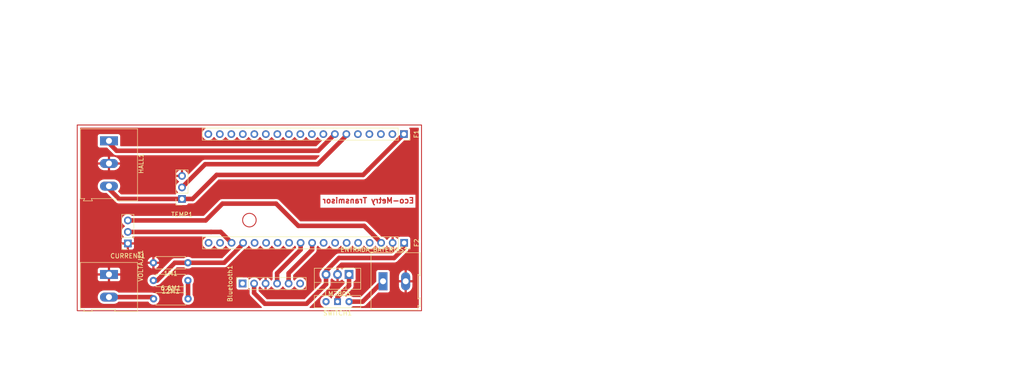
<source format=kicad_pcb>
(kicad_pcb (version 20240108) (generator "pcbnew") (generator_version "8.0")
  (layers (0 "F.Cu" signal) (31 "B.Cu" signal) (34 "B.Paste" user) (35 "F.Paste" user) (36 "B.SilkS" user "B.Silkscreen") (37 "F.SilkS" user "F.Silkscreen") (38 "B.Mask" user) (39 "F.Mask" user) (44 "Edge.Cuts" user))
  (net 0 "")
  (net 3 "5V")
  (net 4 "GND")
  (net 5 "Net-(Bluetooth1-Pin_4)")
  (net 6 "Net-(Bluetooth1-Pin_5)")
  (net 7 "Net-(VOLTAJE1-Pin_2)")
  (net 8 "Net-(CURRENT1-Pin_2)")
  (net 9 "3.3V")
  (net 11 "Net-(F1-Pin_7)")
  (net 13 "Net-(F1-Pin_6)")
  (net 15 "Net-(LM7805-VI)")
  (net 16 "Net-(ENTRADA_BATERIAS1-Pin_1)")
  (net 17 "Net-(12M1-Pad1)")
  (net 18 "Net-(F2-Pin_15)")
  (net 26 "Net-(F1-Pin_1)")
  (footprint "TerminalBlock:TerminalBlock_Altech_AK300-2_P5.00mm" (layer "F.Cu") (at 167.5 134)
    (property "Reference" "ENTRADA_BATERIAS1" (at -1.92 -6.99 0) (layer "F.SilkS"))
    (property "Value" "Screw_Terminal_01x02")
    (fp_line (start -2.65 -6.3) (end -2.65 6.3) (stroke (width 0.12)) (layer "F.SilkS"))
    (fp_line (start -2.65 6.3) (end 7.7 6.3) (stroke (width 0.12)) (layer "F.SilkS"))
    (fp_line (start 7.7 -1.5) (end 8.2 -1.2) (stroke (width 0.12)) (layer "F.SilkS"))
    (fp_line (start 7.7 3.9) (end 7.7 -1.5) (stroke (width 0.12)) (layer "F.SilkS"))
    (fp_line (start 7.7 5.35) (end 8.2 5.6) (stroke (width 0.12)) (layer "F.SilkS"))
    (fp_line (start 7.7 6.3) (end 7.7 5.35) (stroke (width 0.12)) (layer "F.SilkS"))
    (fp_line (start 8.2 -6.3) (end -2.65 -6.3) (stroke (width 0.12)) (layer "F.SilkS"))
    (fp_line (start 8.2 -1.2) (end 8.2 -6.3) (stroke (width 0.12)) (layer "F.SilkS"))
    (fp_line (start 8.2 3.65) (end 7.7 3.9) (stroke (width 0.12)) (layer "F.SilkS"))
    (fp_line (start 8.2 3.7) (end 8.2 3.65) (stroke (width 0.12)) (layer "F.SilkS"))
    (fp_line (start 8.2 5.6) (end 8.2 3.7) (stroke (width 0.12)) (layer "F.SilkS"))
    (pad "1" thru_hole rect (at 0 0) (size 1.98 3.96) (drill 1.32) (layers "*.Cu" "*.Mask") (net 16 "Net-(ENTRADA_BATERIAS1-Pin_1)"))
    (pad "2" thru_hole oval (at 5 0) (size 1.98 3.96) (drill 1.32) (layers "*.Cu" "*.Mask") (net 4 "GND"))
  )
  (footprint "Button_Switch_THT:SW_Slide-03_Wuerth-WS-SLTV_10x2.5x6.4_P2.54mm" (layer "F.Cu") (at 157.46 138.5 180)
    (property "Reference" "SWITCH1" (at 0 -2.54 0) (layer "F.SilkS"))
    (property "Value" "SW_Wuerth_450301014042" (hide yes))
    (fp_rect (start -5.11 -1.36) (end 5.11 1.36) (stroke (width 0.12)) (fill none) (layer "F.SilkS"))
    (pad "1" thru_hole rect (at 0 0 180) (size 1.5 1.5) (drill 0.8) (layers "*.Cu" "*.Mask") (net 15 "Net-(LM7805-VI)"))
    (pad "2" thru_hole circle (at -2.54 0 180) (size 1.6 1.6) (drill 0.8) (layers "*.Cu" "*.Mask") (net 16 "Net-(ENTRADA_BATERIAS1-Pin_1)"))
    (pad "3" thru_hole circle (at 2.54 0 180) (size 1.6 1.6) (drill 0.8) (layers "*.Cu" "*.Mask"))
  )
  (footprint "Connector_PinSocket_2.54mm:PinSocket_1x03_P2.54mm_Vertical" (layer "F.Cu") (at 111.167658 125.648949 180)
    (property "Reference" "CURRENT1" (at 0 -2.77 0) (layer "F.SilkS"))
    (property "Value" "Conn_01x03_Pin")
    (fp_line (start 1.33 1.27) (end 1.33 6.41) (stroke (width 0.12)) (layer "F.SilkS"))
    (fp_line (start 1.33 -1.33) (end 1.33 0) (stroke (width 0.12)) (layer "F.SilkS"))
    (fp_line (start 0 -1.33) (end 1.33 -1.33) (stroke (width 0.12)) (layer "F.SilkS"))
    (fp_line (start -1.33 6.41) (end 1.33 6.41) (stroke (width 0.12)) (layer "F.SilkS"))
    (fp_line (start -1.33 1.27) (end 1.33 1.27) (stroke (width 0.12)) (layer "F.SilkS"))
    (fp_line (start -1.33 1.27) (end -1.33 6.41) (stroke (width 0.12)) (layer "F.SilkS"))
    (pad "1" thru_hole rect (at 0 0 180) (size 1.7 1.7) (drill 1) (layers "*.Cu" "*.Mask") (net 4 "GND"))
    (pad "2" thru_hole oval (at 0 2.54 180) (size 1.7 1.7) (drill 1) (layers "*.Cu" "*.Mask") (net 8 "Net-(CURRENT1-Pin_2)"))
    (pad "3" thru_hole oval (at 0 5.08 180) (size 1.7 1.7) (drill 1) (layers "*.Cu" "*.Mask") (net 9 "3.3V"))
  )
  (footprint "Connector_PinSocket_2.54mm:PinSocket_1x18_P2.54mm_Vertical" (layer "F.Cu") (at 172.109704 101.515795 -90)
    (property "Reference" "F1" (at 0 -2.77 90) (layer "F.SilkS"))
    (property "Value" "Conn_01x18_Pin")
    (fp_line (start -1.33 44.51) (end 1.33 44.51) (stroke (width 0.12)) (layer "F.SilkS"))
    (fp_line (start -1.33 1.27) (end -1.33 44.51) (stroke (width 0.12)) (layer "F.SilkS"))
    (fp_line (start -1.33 1.27) (end 1.33 1.27) (stroke (width 0.12)) (layer "F.SilkS"))
    (fp_line (start 1.33 1.27) (end 1.33 44.51) (stroke (width 0.12)) (layer "F.SilkS"))
    (fp_line (start 0 -1.33) (end 1.33 -1.33) (stroke (width 0.12)) (layer "F.SilkS"))
    (fp_line (start 1.33 -1.33) (end 1.33 0) (stroke (width 0.12)) (layer "F.SilkS"))
    (pad "1" thru_hole rect (at 0 0 270) (size 1.7 1.7) (drill 1) (layers "*.Cu" "*.Mask") (net 26 "Net-(F1-Pin_1)"))
    (pad "2" thru_hole oval (at 0 2.54 270) (size 1.7 1.7) (drill 1) (layers "*.Cu" "*.Mask"))
    (pad "3" thru_hole oval (at 0 5.08 270) (size 1.7 1.7) (drill 1) (layers "*.Cu" "*.Mask"))
    (pad "4" thru_hole oval (at 0 7.62 270) (size 1.7 1.7) (drill 1) (layers "*.Cu" "*.Mask"))
    (pad "5" thru_hole oval (at 0 10.16 270) (size 1.7 1.7) (drill 1) (layers "*.Cu" "*.Mask"))
    (pad "6" thru_hole oval (at 0 12.7 270) (size 1.7 1.7) (drill 1) (layers "*.Cu" "*.Mask") (net 13 "Net-(F1-Pin_6)"))
    (pad "7" thru_hole oval (at 0 15.24 270) (size 1.7 1.7) (drill 1) (layers "*.Cu" "*.Mask") (net 11 "Net-(F1-Pin_7)"))
    (pad "8" thru_hole oval (at 0 17.78 270) (size 1.7 1.7) (drill 1) (layers "*.Cu" "*.Mask"))
    (pad "9" thru_hole oval (at 0 20.32 270) (size 1.7 1.7) (drill 1) (layers "*.Cu" "*.Mask"))
    (pad "10" thru_hole oval (at 0 22.86 270) (size 1.7 1.7) (drill 1) (layers "*.Cu" "*.Mask"))
    (pad "11" thru_hole oval (at 0 25.4 270) (size 1.7 1.7) (drill 1) (layers "*.Cu" "*.Mask"))
    (pad "12" thru_hole oval (at 0 27.94 270) (size 1.7 1.7) (drill 1) (layers "*.Cu" "*.Mask"))
    (pad "13" thru_hole oval (at 0 30.48 270) (size 1.7 1.7) (drill 1) (layers "*.Cu" "*.Mask"))
    (pad "14" thru_hole oval (at 0 33.02 270) (size 1.7 1.7) (drill 1) (layers "*.Cu" "*.Mask"))
    (pad "15" thru_hole oval (at 0 35.56 270) (size 1.7 1.7) (drill 1) (layers "*.Cu" "*.Mask"))
    (pad "16" thru_hole oval (at 0 38.1 270) (size 1.7 1.7) (drill 1) (layers "*.Cu" "*.Mask"))
    (pad "17" thru_hole oval (at 0 40.64 270) (size 1.7 1.7) (drill 1) (layers "*.Cu" "*.Mask"))
    (pad "18" thru_hole oval (at 0 43.18 270) (size 1.7 1.7) (drill 1) (layers "*.Cu" "*.Mask"))
  )
  (footprint "Resistor_THT:R_Axial_DIN0207_L6.3mm_D2.5mm_P7.62mm_Horizontal" (layer "F.Cu") (at 116.841219 137.877879)
    (property "Reference" "6.6M1" (at 3.81 -2.37 0) (layer "F.SilkS"))
    (property "Value" "R")
    (fp_line (start 0.54 -1.37) (end 7.08 -1.37) (stroke (width 0.12)) (layer "F.SilkS"))
    (fp_line (start 0.54 -1.04) (end 0.54 -1.37) (stroke (width 0.12)) (layer "F.SilkS"))
    (fp_line (start 0.54 1.04) (end 0.54 1.37) (stroke (width 0.12)) (layer "F.SilkS"))
    (fp_line (start 0.54 1.37) (end 7.08 1.37) (stroke (width 0.12)) (layer "F.SilkS"))
    (fp_line (start 7.08 -1.37) (end 7.08 -1.04) (stroke (width 0.12)) (layer "F.SilkS"))
    (fp_line (start 7.08 1.37) (end 7.08 1.04) (stroke (width 0.12)) (layer "F.SilkS"))
    (pad "1" thru_hole circle (at 0 0) (size 1.6 1.6) (drill 0.8) (layers "*.Cu" "*.Mask") (net 7 "Net-(VOLTAJE1-Pin_2)"))
    (pad "2" thru_hole oval (at 7.62 0) (size 1.6 1.6) (drill 0.8) (layers "*.Cu" "*.Mask") (net 17 "Net-(12M1-Pad1)"))
  )
  (footprint "TerminalBlock:TerminalBlock_Altech_AK300-2_P5.00mm" (layer "F.Cu") (at 107 132.5 -90)
    (property "Reference" "VOLTAJE1" (at -1.92 -6.99 90) (layer "F.SilkS"))
    (property "Value" "Screw_Terminal_01x02")
    (fp_line (start -2.65 6.3) (end 7.7 6.3) (stroke (width 0.12)) (layer "F.SilkS"))
    (fp_line (start 7.7 6.3) (end 7.7 5.35) (stroke (width 0.12)) (layer "F.SilkS"))
    (fp_line (start 8.2 5.6) (end 8.2 3.7) (stroke (width 0.12)) (layer "F.SilkS"))
    (fp_line (start 7.7 5.35) (end 8.2 5.6) (stroke (width 0.12)) (layer "F.SilkS"))
    (fp_line (start 7.7 3.9) (end 7.7 -1.5) (stroke (width 0.12)) (layer "F.SilkS"))
    (fp_line (start 8.2 3.7) (end 8.2 3.65) (stroke (width 0.12)) (layer "F.SilkS"))
    (fp_line (start 8.2 3.65) (end 7.7 3.9) (stroke (width 0.12)) (layer "F.SilkS"))
    (fp_line (start 8.2 -1.2) (end 8.2 -6.3) (stroke (width 0.12)) (layer "F.SilkS"))
    (fp_line (start 7.7 -1.5) (end 8.2 -1.2) (stroke (width 0.12)) (layer "F.SilkS"))
    (fp_line (start -2.65 -6.3) (end -2.65 6.3) (stroke (width 0.12)) (layer "F.SilkS"))
    (fp_line (start 8.2 -6.3) (end -2.65 -6.3) (stroke (width 0.12)) (layer "F.SilkS"))
    (pad "1" thru_hole rect (at 0 0 270) (size 1.98 3.96) (drill 1.32) (layers "*.Cu" "*.Mask") (net 4 "GND"))
    (pad "2" thru_hole oval (at 5 0 270) (size 1.98 3.96) (drill 1.32) (layers "*.Cu" "*.Mask") (net 7 "Net-(VOLTAJE1-Pin_2)"))
  )
  (footprint "TerminalBlock:TerminalBlock_Altech_AK300-3_P5.00mm" (layer "F.Cu") (at 107 103 -90)
    (property "Reference" "HALL1" (at 5 -7.1 90) (layer "F.SilkS"))
    (property "Value" "Screw_Terminal_01x03")
    (fp_line (start -2.65 6.3) (end 12.75 6.3) (stroke (width 0.12)) (layer "F.SilkS"))
    (fp_line (start 12.75 6.3) (end 12.75 5.35) (stroke (width 0.12)) (layer "F.SilkS"))
    (fp_line (start 13.25 5.65) (end 13.25 3.65) (stroke (width 0.12)) (layer "F.SilkS"))
    (fp_line (start 12.75 5.35) (end 13.25 5.65) (stroke (width 0.12)) (layer "F.SilkS"))
    (fp_line (start 12.75 3.9) (end 12.75 -1.5) (stroke (width 0.12)) (layer "F.SilkS"))
    (fp_line (start 13.25 3.65) (end 12.75 3.9) (stroke (width 0.12)) (layer "F.SilkS"))
    (fp_line (start 13.25 -1.25) (end 13.25 -6.3) (stroke (width 0.12)) (layer "F.SilkS"))
    (fp_line (start 12.75 -1.5) (end 13.25 -1.25) (stroke (width 0.12)) (layer "F.SilkS"))
    (fp_line (start -2.65 -6.3) (end -2.65 6.3) (stroke (width 0.12)) (layer "F.SilkS"))
    (fp_line (start 13.25 -6.3) (end -2.65 -6.3) (stroke (width 0.12)) (layer "F.SilkS"))
    (pad "1" thru_hole rect (at 0 0 270) (size 1.98 3.96) (drill 1.32) (layers "*.Cu" "*.Mask") (net 11 "Net-(F1-Pin_7)"))
    (pad "2" thru_hole oval (at 5 0 270) (size 1.98 3.96) (drill 1.32) (layers "*.Cu" "*.Mask") (net 4 "GND"))
    (pad "3" thru_hole oval (at 10 0 270) (size 1.98 3.96) (drill 1.32) (layers "*.Cu" "*.Mask") (net 26 "Net-(F1-Pin_1)"))
  )
  (footprint "Connector_PinSocket_2.54mm:PinSocket_1x03_P2.54mm_Vertical" (layer "F.Cu") (at 123.120831 115.825949 180)
    (property "Reference" "TEMP1" (at 0 -3.46 0) (layer "F.SilkS"))
    (property "Value" "Conn_01x03_Pin")
    (fp_line (start 1.33 1.27) (end 1.33 6.41) (stroke (width 0.12)) (layer "F.SilkS"))
    (fp_line (start 1.33 -1.33) (end 1.33 0) (stroke (width 0.12)) (layer "F.SilkS"))
    (fp_line (start 0 -1.33) (end 1.33 -1.33) (stroke (width 0.12)) (layer "F.SilkS"))
    (fp_line (start -1.33 6.41) (end 1.33 6.41) (stroke (width 0.12)) (layer "F.SilkS"))
    (fp_line (start -1.33 1.27) (end 1.33 1.27) (stroke (width 0.12)) (layer "F.SilkS"))
    (fp_line (start -1.33 1.27) (end -1.33 6.41) (stroke (width 0.12)) (layer "F.SilkS"))
    (pad "1" thru_hole rect (at 0 0 180) (size 1.7 1.7) (drill 1) (layers "*.Cu" "*.Mask") (net 26 "Net-(F1-Pin_1)"))
    (pad "2" thru_hole oval (at 0 2.54 180) (size 1.7 1.7) (drill 1) (layers "*.Cu" "*.Mask") (net 13 "Net-(F1-Pin_6)"))
    (pad "3" thru_hole oval (at 0 5.08 180) (size 1.7 1.7) (drill 1) (layers "*.Cu" "*.Mask") (net 4 "GND"))
  )
  (footprint "Resistor_THT:R_Axial_DIN0207_L6.3mm_D2.5mm_P7.62mm_Horizontal" (layer "F.Cu") (at 124.428311 133.830211 180)
    (property "Reference" "12M1" (at 3.81 -2.37 0) (layer "F.SilkS"))
    (property "Value" "R")
    (fp_line (start 7.08 1.37) (end 7.08 1.04) (stroke (width 0.12)) (layer "F.SilkS"))
    (fp_line (start 7.08 -1.37) (end 7.08 -1.04) (stroke (width 0.12)) (layer "F.SilkS"))
    (fp_line (start 0.54 1.37) (end 7.08 1.37) (stroke (width 0.12)) (layer "F.SilkS"))
    (fp_line (start 0.54 1.04) (end 0.54 1.37) (stroke (width 0.12)) (layer "F.SilkS"))
    (fp_line (start 0.54 -1.04) (end 0.54 -1.37) (stroke (width 0.12)) (layer "F.SilkS"))
    (fp_line (start 0.54 -1.37) (end 7.08 -1.37) (stroke (width 0.12)) (layer "F.SilkS"))
    (pad "1" thru_hole circle (at 0 0 180) (size 1.6 1.6) (drill 0.8) (layers "*.Cu" "*.Mask") (net 17 "Net-(12M1-Pad1)"))
    (pad "2" thru_hole oval (at 7.62 0 180) (size 1.6 1.6) (drill 0.8) (layers "*.Cu" "*.Mask") (net 18 "Net-(F2-Pin_15)"))
  )
  (footprint "Resistor_THT:R_Axial_DIN0207_L6.3mm_D2.5mm_P7.62mm_Horizontal" (layer "F.Cu") (at 124.428311 129.914174 180)
    (property "Reference" "1M1" (at 3.81 -2.37 0) (layer "F.SilkS"))
    (property "Value" "R")
    (fp_line (start 7.08 1.37) (end 7.08 1.04) (stroke (width 0.12)) (layer "F.SilkS"))
    (fp_line (start 7.08 -1.37) (end 7.08 -1.04) (stroke (width 0.12)) (layer "F.SilkS"))
    (fp_line (start 0.54 1.37) (end 7.08 1.37) (stroke (width 0.12)) (layer "F.SilkS"))
    (fp_line (start 0.54 1.04) (end 0.54 1.37) (stroke (width 0.12)) (layer "F.SilkS"))
    (fp_line (start 0.54 -1.04) (end 0.54 -1.37) (stroke (width 0.12)) (layer "F.SilkS"))
    (fp_line (start 0.54 -1.37) (end 7.08 -1.37) (stroke (width 0.12)) (layer "F.SilkS"))
    (pad "1" thru_hole circle (at 0 0 180) (size 1.6 1.6) (drill 0.8) (layers "*.Cu" "*.Mask") (net 18 "Net-(F2-Pin_15)"))
    (pad "2" thru_hole oval (at 7.62 0 180) (size 1.6 1.6) (drill 0.8) (layers "*.Cu" "*.Mask") (net 4 "GND"))
  )
  (footprint "Package_TO_SOT_THT:TO-220-3_Vertical" (layer "F.Cu") (at 160 132.5 180)
    (property "Reference" "LM7805" (at 2.54 -4.27 0) (layer "F.SilkS"))
    (property "Value" "LM7805_TO220")
    (fp_line (start 7.66 -3.27) (end 7.66 1.371) (stroke (width 0.12)) (layer "F.SilkS"))
    (fp_line (start 4.391 -3.27) (end 4.391 -1.76) (stroke (width 0.12)) (layer "F.SilkS"))
    (fp_line (start 0.69 -3.27) (end 0.69 -1.76) (stroke (width 0.12)) (layer "F.SilkS"))
    (fp_line (start -2.58 1.371) (end 7.66 1.371) (stroke (width 0.12)) (layer "F.SilkS"))
    (fp_line (start -2.58 -1.76) (end 7.66 -1.76) (stroke (width 0.12)) (layer "F.SilkS"))
    (fp_line (start -2.58 -3.27) (end 7.66 -3.27) (stroke (width 0.12)) (layer "F.SilkS"))
    (fp_line (start -2.58 -3.27) (end -2.58 1.371) (stroke (width 0.12)) (layer "F.SilkS"))
    (pad "1" thru_hole rect (at 0 0 180) (size 1.905 2) (drill 1.1) (layers "*.Cu" "*.Mask") (net 15 "Net-(LM7805-VI)"))
    (pad "2" thru_hole oval (at 2.54 0 180) (size 1.905 2) (drill 1.1) (layers "*.Cu" "*.Mask") (net 4 "GND"))
    (pad "3" thru_hole oval (at 5.08 0 180) (size 1.905 2) (drill 1.1) (layers "*.Cu" "*.Mask") (net 3 "5V"))
  )
  (footprint "Connector_PinSocket_2.54mm:PinSocket_1x06_P2.54mm_Vertical" (layer "F.Cu") (at 136.5 134.5 90)
    (property "Reference" "Bluetooth1" (at 0 -2.77 90) (layer "F.SilkS"))
    (property "Value" "Conn_01x06_Pin")
    (fp_line (start 1.33 -1.33) (end 1.33 0) (stroke (width 0.12)) (layer "F.SilkS"))
    (fp_line (start 0 -1.33) (end 1.33 -1.33) (stroke (width 0.12)) (layer "F.SilkS"))
    (fp_line (start 1.33 1.27) (end 1.33 14.03) (stroke (width 0.12)) (layer "F.SilkS"))
    (fp_line (start -1.33 1.27) (end 1.33 1.27) (stroke (width 0.12)) (layer "F.SilkS"))
    (fp_line (start -1.33 1.27) (end -1.33 14.03) (stroke (width 0.12)) (layer "F.SilkS"))
    (fp_line (start -1.33 14.03) (end 1.33 14.03) (stroke (width 0.12)) (layer "F.SilkS"))
    (pad "1" thru_hole rect (at 0 0 90) (size 1.7 1.7) (drill 1) (layers "*.Cu" "*.Mask"))
    (pad "2" thru_hole oval (at 0 2.54 90) (size 1.7 1.7) (drill 1) (layers "*.Cu" "*.Mask") (net 3 "5V"))
    (pad "3" thru_hole oval (at 0 5.08 90) (size 1.7 1.7) (drill 1) (layers "*.Cu" "*.Mask") (net 4 "GND"))
    (pad "4" thru_hole oval (at 0 7.62 90) (size 1.7 1.7) (drill 1) (layers "*.Cu" "*.Mask") (net 5 "Net-(Bluetooth1-Pin_4)"))
    (pad "5" thru_hole oval (at 0 10.16 90) (size 1.7 1.7) (drill 1) (layers "*.Cu" "*.Mask") (net 6 "Net-(Bluetooth1-Pin_5)"))
    (pad "6" thru_hole oval (at 0 12.7 90) (size 1.7 1.7) (drill 1) (layers "*.Cu" "*.Mask"))
  )
  (footprint "Connector_PinSocket_2.54mm:PinSocket_1x18_P2.54mm_Vertical" (layer "F.Cu") (at 172.169704 125.515795 -90)
    (property "Reference" "F2" (at 0 -2.77 90) (layer "F.SilkS"))
    (property "Value" "Conn_01x18_Pin")
    (fp_line (start -1.33 44.51) (end 1.33 44.51) (stroke (width 0.12)) (layer "F.SilkS"))
    (fp_line (start -1.33 1.27) (end -1.33 44.51) (stroke (width 0.12)) (layer "F.SilkS"))
    (fp_line (start -1.33 1.27) (end 1.33 1.27) (stroke (width 0.12)) (layer "F.SilkS"))
    (fp_line (start 1.33 1.27) (end 1.33 44.51) (stroke (width 0.12)) (layer "F.SilkS"))
    (fp_line (start 0 -1.33) (end 1.33 -1.33) (stroke (width 0.12)) (layer "F.SilkS"))
    (fp_line (start 1.33 -1.33) (end 1.33 0) (stroke (width 0.12)) (layer "F.SilkS"))
    (pad "1" thru_hole rect (at 0 0 270) (size 1.7 1.7) (drill 1) (layers "*.Cu" "*.Mask") (net 3 "5V"))
    (pad "2" thru_hole oval (at 0 2.54 270) (size 1.7 1.7) (drill 1) (layers "*.Cu" "*.Mask") (net 4 "GND"))
    (pad "3" thru_hole oval (at 0 5.08 270) (size 1.7 1.7) (drill 1) (layers "*.Cu" "*.Mask") (net 9 "3.3V"))
    (pad "4" thru_hole oval (at 0 7.62 270) (size 1.7 1.7) (drill 1) (layers "*.Cu" "*.Mask"))
    (pad "5" thru_hole oval (at 0 10.16 270) (size 1.7 1.7) (drill 1) (layers "*.Cu" "*.Mask"))
    (pad "6" thru_hole oval (at 0 12.7 270) (size 1.7 1.7) (drill 1) (layers "*.Cu" "*.Mask"))
    (pad "7" thru_hole oval (at 0 15.24 270) (size 1.7 1.7) (drill 1) (layers "*.Cu" "*.Mask"))
    (pad "8" thru_hole oval (at 0 17.78 270) (size 1.7 1.7) (drill 1) (layers "*.Cu" "*.Mask"))
    (pad "9" thru_hole oval (at 0 20.32 270) (size 1.7 1.7) (drill 1) (layers "*.Cu" "*.Mask") (net 6 "Net-(Bluetooth1-Pin_5)"))
    (pad "10" thru_hole oval (at 0 22.86 270) (size 1.7 1.7) (drill 1) (layers "*.Cu" "*.Mask") (net 5 "Net-(Bluetooth1-Pin_4)"))
    (pad "11" thru_hole oval (at 0 25.4 270) (size 1.7 1.7) (drill 1) (layers "*.Cu" "*.Mask"))
    (pad "12" thru_hole oval (at 0 27.94 270) (size 1.7 1.7) (drill 1) (layers "*.Cu" "*.Mask"))
    (pad "13" thru_hole oval (at 0 30.48 270) (size 1.7 1.7) (drill 1) (layers "*.Cu" "*.Mask"))
    (pad "14" thru_hole oval (at 0 33.02 270) (size 1.7 1.7) (drill 1) (layers "*.Cu" "*.Mask"))
    (pad "15" thru_hole oval (at 0 35.56 270) (size 1.7 1.7) (drill 1) (layers "*.Cu" "*.Mask") (net 18 "Net-(F2-Pin_15)"))
    (pad "16" thru_hole oval (at 0 38.1 270) (size 1.7 1.7) (drill 1) (layers "*.Cu" "*.Mask") (net 8 "Net-(CURRENT1-Pin_2)"))
    (pad "17" thru_hole oval (at 0 40.64 270) (size 1.7 1.7) (drill 1) (layers "*.Cu" "*.Mask"))
    (pad "18" thru_hole oval (at 0 43.18 270) (size 1.7 1.7) (drill 1) (layers "*.Cu" "*.Mask"))
  )
  (gr_rect (start 100 99.5) (end 176 140.5) (stroke (width 0.2)) (fill none) (layer "F.Cu") (net 8))
  (gr_circle (center 138 120.5) (end 139.5 120.5) (stroke (width 0.2)) (fill none) (layer "F.Cu"))
  (gr_text "Eco-Metry Transmisor" (at 174.478743 116.885095 0) (layer "F.Cu") (effects (font (size 1.2 1.2) (thickness 0.26) (bold yes)) (justify left bottom mirror)))
  (segment (start 157.777387 128.857467) (end 169.955737 128.857467) (width 1) (layer "F.Cu") (net 3))
  (segment (start 154.92 131.714854) (end 157.777387 128.857467) (width 1) (layer "F.Cu") (net 3))
  (segment (start 169.955737 128.857467) (end 172.169704 126.6435) (width 1) (layer "F.Cu") (net 3))
  (segment (start 154.92 132.5) (end 154.92 131.714854) (width 1) (layer "F.Cu") (net 3))
  (segment (start 141.419568 138.966425) (end 139.04 136.586857) (width 1) (layer "F.Cu") (net 3))
  (segment (start 151.294882 138.294882) (end 150.623338 138.966425) (width 1) (layer "F.Cu") (net 3))
  (segment (start 139.04 136.586857) (end 139.04 134.5) (width 1) (layer "F.Cu") (net 3))
  (segment (start 152.258393 137.33137) (end 151.294882 138.294882) (width 1) (layer "F.Cu") (net 3))
  (segment (start 154.92 134.669764) (end 151.294882 138.294882) (width 1) (layer "F.Cu") (net 3))
  (segment (start 150.623338 138.966425) (end 141.419568 138.966425) (width 1) (layer "F.Cu") (net 3))
  (segment (start 154.92 132.5) (end 154.92 134.669764) (width 1) (layer "F.Cu") (net 3))
  (segment (start 172.169704 126.6435) (end 172.169704 125.515795) (width 1) (layer "F.Cu") (net 3))
  (segment (start 149.309704 125.515795) (end 149.309704 127.030296) (width 1) (layer "F.Cu") (net 5))
  (segment (start 144.12 134.5) (end 144.12 132.22) (width 1) (layer "F.Cu") (net 5))
  (segment (start 149.309704 127.030296) (end 144.12 132.22) (width 1) (layer "F.Cu") (net 5))
  (segment (start 151.849704 127.030296) (end 151.849704 125.515795) (width 1) (layer "F.Cu") (net 6))
  (segment (start 146.66 132.22) (end 151.849704 127.030296) (width 1) (layer "F.Cu") (net 6))
  (segment (start 146.66 134.5) (end 146.66 132.22) (width 1) (layer "F.Cu") (net 6))
  (segment (start 107 137.5) (end 116.46334 137.5) (width 1) (layer "F.Cu") (net 7))
  (segment (start 116.46334 137.5) (end 116.841219 137.877879) (width 1) (layer "F.Cu") (net 7))
  (segment (start 134.069704 125.515795) (end 131.662858 123.108949) (width 1) (layer "F.Cu") (net 8))
  (segment (start 131.662858 123.108949) (end 129.54 123.108949) (width 1) (layer "F.Cu") (net 8))
  (segment (start 111.167658 123.108949) (end 129.54 123.108949) (width 1) (layer "F.Cu") (net 8))
  (segment (start 163.345823 121.771914) (end 167.089704 125.515795) (width 1) (layer "F.Cu") (net 9))
  (segment (start 111.167658 120.568949) (end 128.351051 120.568949) (width 1) (layer "F.Cu") (net 9))
  (segment (start 143.891487 116.862547) (end 148.800854 121.771914) (width 1) (layer "F.Cu") (net 9))
  (segment (start 132.057453 116.862547) (end 143.891487 116.862547) (width 1) (layer "F.Cu") (net 9))
  (segment (start 148.800854 121.771914) (end 163.345823 121.771914) (width 1) (layer "F.Cu") (net 9))
  (segment (start 128.351051 120.568949) (end 132.057453 116.862547) (width 1) (layer "F.Cu") (net 9))
  (segment (start 153.192753 105.192746) (end 156.869704 101.515795) (width 1) (layer "F.Cu") (net 11))
  (segment (start 106.99 103) (end 106.99 103.49) (width 1) (layer "F.Cu") (net 11))
  (segment (start 106.99 103.49) (end 108.692746 105.192746) (width 1) (layer "F.Cu") (net 11))
  (segment (start 108.692746 105.192746) (end 153.192753 105.192746) (width 1) (layer "F.Cu") (net 11))
  (segment (start 128.250192 108.156588) (end 123.120831 113.285949) (width 1) (layer "F.Cu") (net 13))
  (segment (start 159.409704 101.839776) (end 153.092892 108.156588) (width 1) (layer "F.Cu") (net 13))
  (segment (start 153.092892 108.156588) (end 128.250192 108.156588) (width 1) (layer "F.Cu") (net 13))
  (segment (start 159.409704 101.515795) (end 159.409704 101.839776) (width 1) (layer "F.Cu") (net 13))
  (segment (start 157.46 137.5) (end 160 134.96) (width 1) (layer "F.Cu") (net 15))
  (segment (start 160 134.96) (end 160 132.5) (width 1) (layer "F.Cu") (net 15))
  (segment (start 157.46 138.5) (end 157.46 137.5) (width 1) (layer "F.Cu") (net 15))
  (segment (start 160 138.5) (end 163 138.5) (width 1) (layer "F.Cu") (net 16))
  (segment (start 163 138.5) (end 167.5 134) (width 1) (layer "F.Cu") (net 16))
  (segment (start 124.461219 133.863119) (end 124.428311 133.830211) (width 1) (layer "F.Cu") (net 17))
  (segment (start 124.461219 137.877879) (end 124.461219 133.863119) (width 1) (layer "F.Cu") (net 17))
  (segment (start 116.808311 133.830211) (end 117.629789 133.830211) (width 1) (layer "F.Cu") (net 18))
  (segment (start 136.609704 125.740973) (end 136.609704 125.515795) (width 1) (layer "F.Cu") (net 18))
  (segment (start 121.545826 129.914174) (end 124.428311 129.914174) (width 1) (layer "F.Cu") (net 18))
  (segment (start 124.428311 129.914174) (end 132.436503 129.914174) (width 1) (layer "F.Cu") (net 18))
  (segment (start 132.436503 129.914174) (end 136.609704 125.740973) (width 1) (layer "F.Cu") (net 18))
  (segment (start 117.629789 133.830211) (end 121.545826 129.914174) (width 1) (layer "F.Cu") (net 18))
  (segment (start 130.765513 110.525954) (end 163.115778 110.525954) (width 1) (layer "F.Cu") (net 26))
  (segment (start 123.120831 115.825949) (end 109.235842 115.825949) (width 1) (layer "F.Cu") (net 26))
  (segment (start 164.220019 109.421713) (end 164.220019 109.40548) (width 1) (layer "F.Cu") (net 26))
  (segment (start 163.115778 110.525954) (end 164.220019 109.421713) (width 1) (layer "F.Cu") (net 26))
  (segment (start 107 113.590107) (end 107 113) (width 1) (layer "F.Cu") (net 26))
  (segment (start 164.220019 109.40548) (end 172.109704 101.515795) (width 1) (layer "F.Cu") (net 26))
  (segment (start 123.120831 115.825949) (end 125.465518 115.825949) (width 1) (layer "F.Cu") (net 26))
  (segment (start 109.235842 115.825949) (end 107 113.590107) (width 1) (layer "F.Cu") (net 26))
  (segment (start 125.465518 115.825949) (end 130.765513 110.525954) (width 1) (layer "F.Cu") (net 26))
  (segment (start 123.287198 115.659582) (end 123.120831 115.825949) (width 1) (layer "F.Cu") (net 26))
  (zone (net 4) (net_name "GND") (layer "F.Cu") (connect_pads (clearance 0.5)) (min_thickness 0.25) (fill yes (thermal_gap 0.5) (thermal_bridge_width 0.5))
    (polygon (pts (xy 90.564094 94.768614) (xy 82.944094 153.188614) (xy 303.924094 130.328614) (xy 309.004094 71.908614)))
  )
)
</source>
